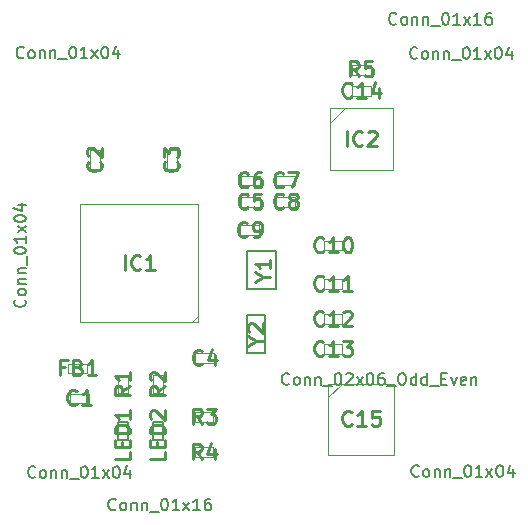
<source format=gbr>
%TF.GenerationSoftware,KiCad,Pcbnew,(6.0.5)*%
%TF.CreationDate,2022-06-02T19:35:38-04:00*%
%TF.ProjectId,pq-cdh,70712d63-6468-42e6-9b69-6361645f7063,V1.0.1*%
%TF.SameCoordinates,Original*%
%TF.FileFunction,AssemblyDrawing,Top*%
%FSLAX46Y46*%
G04 Gerber Fmt 4.6, Leading zero omitted, Abs format (unit mm)*
G04 Created by KiCad (PCBNEW (6.0.5)) date 2022-06-02 19:35:38*
%MOMM*%
%LPD*%
G01*
G04 APERTURE LIST*
%ADD10C,0.150000*%
%ADD11C,0.254000*%
%ADD12C,0.100000*%
%ADD13C,0.200000*%
G04 APERTURE END LIST*
D10*
%TO.C,J1*%
X135591904Y-126077142D02*
X135544285Y-126124761D01*
X135401428Y-126172380D01*
X135306190Y-126172380D01*
X135163333Y-126124761D01*
X135068095Y-126029523D01*
X135020476Y-125934285D01*
X134972857Y-125743809D01*
X134972857Y-125600952D01*
X135020476Y-125410476D01*
X135068095Y-125315238D01*
X135163333Y-125220000D01*
X135306190Y-125172380D01*
X135401428Y-125172380D01*
X135544285Y-125220000D01*
X135591904Y-125267619D01*
X136163333Y-126172380D02*
X136068095Y-126124761D01*
X136020476Y-126077142D01*
X135972857Y-125981904D01*
X135972857Y-125696190D01*
X136020476Y-125600952D01*
X136068095Y-125553333D01*
X136163333Y-125505714D01*
X136306190Y-125505714D01*
X136401428Y-125553333D01*
X136449047Y-125600952D01*
X136496666Y-125696190D01*
X136496666Y-125981904D01*
X136449047Y-126077142D01*
X136401428Y-126124761D01*
X136306190Y-126172380D01*
X136163333Y-126172380D01*
X136925238Y-125505714D02*
X136925238Y-126172380D01*
X136925238Y-125600952D02*
X136972857Y-125553333D01*
X137068095Y-125505714D01*
X137210952Y-125505714D01*
X137306190Y-125553333D01*
X137353809Y-125648571D01*
X137353809Y-126172380D01*
X137830000Y-125505714D02*
X137830000Y-126172380D01*
X137830000Y-125600952D02*
X137877619Y-125553333D01*
X137972857Y-125505714D01*
X138115714Y-125505714D01*
X138210952Y-125553333D01*
X138258571Y-125648571D01*
X138258571Y-126172380D01*
X138496666Y-126267619D02*
X139258571Y-126267619D01*
X139687142Y-125172380D02*
X139782380Y-125172380D01*
X139877619Y-125220000D01*
X139925238Y-125267619D01*
X139972857Y-125362857D01*
X140020476Y-125553333D01*
X140020476Y-125791428D01*
X139972857Y-125981904D01*
X139925238Y-126077142D01*
X139877619Y-126124761D01*
X139782380Y-126172380D01*
X139687142Y-126172380D01*
X139591904Y-126124761D01*
X139544285Y-126077142D01*
X139496666Y-125981904D01*
X139449047Y-125791428D01*
X139449047Y-125553333D01*
X139496666Y-125362857D01*
X139544285Y-125267619D01*
X139591904Y-125220000D01*
X139687142Y-125172380D01*
X140972857Y-126172380D02*
X140401428Y-126172380D01*
X140687142Y-126172380D02*
X140687142Y-125172380D01*
X140591904Y-125315238D01*
X140496666Y-125410476D01*
X140401428Y-125458095D01*
X141306190Y-126172380D02*
X141830000Y-125505714D01*
X141306190Y-125505714D02*
X141830000Y-126172380D01*
X142401428Y-125172380D02*
X142496666Y-125172380D01*
X142591904Y-125220000D01*
X142639523Y-125267619D01*
X142687142Y-125362857D01*
X142734761Y-125553333D01*
X142734761Y-125791428D01*
X142687142Y-125981904D01*
X142639523Y-126077142D01*
X142591904Y-126124761D01*
X142496666Y-126172380D01*
X142401428Y-126172380D01*
X142306190Y-126124761D01*
X142258571Y-126077142D01*
X142210952Y-125981904D01*
X142163333Y-125791428D01*
X142163333Y-125553333D01*
X142210952Y-125362857D01*
X142258571Y-125267619D01*
X142306190Y-125220000D01*
X142401428Y-125172380D01*
X143591904Y-125505714D02*
X143591904Y-126172380D01*
X143353809Y-125124761D02*
X143115714Y-125839047D01*
X143734761Y-125839047D01*
D11*
%TO.C,R5*%
X162988333Y-92174523D02*
X162565000Y-91569761D01*
X162262619Y-92174523D02*
X162262619Y-90904523D01*
X162746428Y-90904523D01*
X162867380Y-90965000D01*
X162927857Y-91025476D01*
X162988333Y-91146428D01*
X162988333Y-91327857D01*
X162927857Y-91448809D01*
X162867380Y-91509285D01*
X162746428Y-91569761D01*
X162262619Y-91569761D01*
X164137380Y-90904523D02*
X163532619Y-90904523D01*
X163472142Y-91509285D01*
X163532619Y-91448809D01*
X163653571Y-91388333D01*
X163955952Y-91388333D01*
X164076904Y-91448809D01*
X164137380Y-91509285D01*
X164197857Y-91630238D01*
X164197857Y-91932619D01*
X164137380Y-92053571D01*
X164076904Y-92114047D01*
X163955952Y-92174523D01*
X163653571Y-92174523D01*
X163532619Y-92114047D01*
X163472142Y-92053571D01*
X162988333Y-92174523D02*
X162565000Y-91569761D01*
X162262619Y-92174523D02*
X162262619Y-90904523D01*
X162746428Y-90904523D01*
X162867380Y-90965000D01*
X162927857Y-91025476D01*
X162988333Y-91146428D01*
X162988333Y-91327857D01*
X162927857Y-91448809D01*
X162867380Y-91509285D01*
X162746428Y-91569761D01*
X162262619Y-91569761D01*
X164137380Y-90904523D02*
X163532619Y-90904523D01*
X163472142Y-91509285D01*
X163532619Y-91448809D01*
X163653571Y-91388333D01*
X163955952Y-91388333D01*
X164076904Y-91448809D01*
X164137380Y-91509285D01*
X164197857Y-91630238D01*
X164197857Y-91932619D01*
X164137380Y-92053571D01*
X164076904Y-92114047D01*
X163955952Y-92174523D01*
X163653571Y-92174523D01*
X163532619Y-92114047D01*
X163472142Y-92053571D01*
D10*
%TO.C,J5*%
X166171904Y-87707142D02*
X166124285Y-87754761D01*
X165981428Y-87802380D01*
X165886190Y-87802380D01*
X165743333Y-87754761D01*
X165648095Y-87659523D01*
X165600476Y-87564285D01*
X165552857Y-87373809D01*
X165552857Y-87230952D01*
X165600476Y-87040476D01*
X165648095Y-86945238D01*
X165743333Y-86850000D01*
X165886190Y-86802380D01*
X165981428Y-86802380D01*
X166124285Y-86850000D01*
X166171904Y-86897619D01*
X166743333Y-87802380D02*
X166648095Y-87754761D01*
X166600476Y-87707142D01*
X166552857Y-87611904D01*
X166552857Y-87326190D01*
X166600476Y-87230952D01*
X166648095Y-87183333D01*
X166743333Y-87135714D01*
X166886190Y-87135714D01*
X166981428Y-87183333D01*
X167029047Y-87230952D01*
X167076666Y-87326190D01*
X167076666Y-87611904D01*
X167029047Y-87707142D01*
X166981428Y-87754761D01*
X166886190Y-87802380D01*
X166743333Y-87802380D01*
X167505238Y-87135714D02*
X167505238Y-87802380D01*
X167505238Y-87230952D02*
X167552857Y-87183333D01*
X167648095Y-87135714D01*
X167790952Y-87135714D01*
X167886190Y-87183333D01*
X167933809Y-87278571D01*
X167933809Y-87802380D01*
X168410000Y-87135714D02*
X168410000Y-87802380D01*
X168410000Y-87230952D02*
X168457619Y-87183333D01*
X168552857Y-87135714D01*
X168695714Y-87135714D01*
X168790952Y-87183333D01*
X168838571Y-87278571D01*
X168838571Y-87802380D01*
X169076666Y-87897619D02*
X169838571Y-87897619D01*
X170267142Y-86802380D02*
X170362380Y-86802380D01*
X170457619Y-86850000D01*
X170505238Y-86897619D01*
X170552857Y-86992857D01*
X170600476Y-87183333D01*
X170600476Y-87421428D01*
X170552857Y-87611904D01*
X170505238Y-87707142D01*
X170457619Y-87754761D01*
X170362380Y-87802380D01*
X170267142Y-87802380D01*
X170171904Y-87754761D01*
X170124285Y-87707142D01*
X170076666Y-87611904D01*
X170029047Y-87421428D01*
X170029047Y-87183333D01*
X170076666Y-86992857D01*
X170124285Y-86897619D01*
X170171904Y-86850000D01*
X170267142Y-86802380D01*
X171552857Y-87802380D02*
X170981428Y-87802380D01*
X171267142Y-87802380D02*
X171267142Y-86802380D01*
X171171904Y-86945238D01*
X171076666Y-87040476D01*
X170981428Y-87088095D01*
X171886190Y-87802380D02*
X172410000Y-87135714D01*
X171886190Y-87135714D02*
X172410000Y-87802380D01*
X173314761Y-87802380D02*
X172743333Y-87802380D01*
X173029047Y-87802380D02*
X173029047Y-86802380D01*
X172933809Y-86945238D01*
X172838571Y-87040476D01*
X172743333Y-87088095D01*
X174171904Y-86802380D02*
X173981428Y-86802380D01*
X173886190Y-86850000D01*
X173838571Y-86897619D01*
X173743333Y-87040476D01*
X173695714Y-87230952D01*
X173695714Y-87611904D01*
X173743333Y-87707142D01*
X173790952Y-87754761D01*
X173886190Y-87802380D01*
X174076666Y-87802380D01*
X174171904Y-87754761D01*
X174219523Y-87707142D01*
X174267142Y-87611904D01*
X174267142Y-87373809D01*
X174219523Y-87278571D01*
X174171904Y-87230952D01*
X174076666Y-87183333D01*
X173886190Y-87183333D01*
X173790952Y-87230952D01*
X173743333Y-87278571D01*
X173695714Y-87373809D01*
D11*
%TO.C,C2*%
X141103571Y-99411666D02*
X141164047Y-99472142D01*
X141224523Y-99653571D01*
X141224523Y-99774523D01*
X141164047Y-99955952D01*
X141043095Y-100076904D01*
X140922142Y-100137380D01*
X140680238Y-100197857D01*
X140498809Y-100197857D01*
X140256904Y-100137380D01*
X140135952Y-100076904D01*
X140015000Y-99955952D01*
X139954523Y-99774523D01*
X139954523Y-99653571D01*
X140015000Y-99472142D01*
X140075476Y-99411666D01*
X140075476Y-98927857D02*
X140015000Y-98867380D01*
X139954523Y-98746428D01*
X139954523Y-98444047D01*
X140015000Y-98323095D01*
X140075476Y-98262619D01*
X140196428Y-98202142D01*
X140317380Y-98202142D01*
X140498809Y-98262619D01*
X141224523Y-98988333D01*
X141224523Y-98202142D01*
X141103571Y-99411666D02*
X141164047Y-99472142D01*
X141224523Y-99653571D01*
X141224523Y-99774523D01*
X141164047Y-99955952D01*
X141043095Y-100076904D01*
X140922142Y-100137380D01*
X140680238Y-100197857D01*
X140498809Y-100197857D01*
X140256904Y-100137380D01*
X140135952Y-100076904D01*
X140015000Y-99955952D01*
X139954523Y-99774523D01*
X139954523Y-99653571D01*
X140015000Y-99472142D01*
X140075476Y-99411666D01*
X140075476Y-98927857D02*
X140015000Y-98867380D01*
X139954523Y-98746428D01*
X139954523Y-98444047D01*
X140015000Y-98323095D01*
X140075476Y-98262619D01*
X140196428Y-98202142D01*
X140317380Y-98202142D01*
X140498809Y-98262619D01*
X141224523Y-98988333D01*
X141224523Y-98202142D01*
%TO.C,FB1*%
X138141666Y-116809285D02*
X137718333Y-116809285D01*
X137718333Y-117474523D02*
X137718333Y-116204523D01*
X138323095Y-116204523D01*
X139230238Y-116809285D02*
X139411666Y-116869761D01*
X139472142Y-116930238D01*
X139532619Y-117051190D01*
X139532619Y-117232619D01*
X139472142Y-117353571D01*
X139411666Y-117414047D01*
X139290714Y-117474523D01*
X138806904Y-117474523D01*
X138806904Y-116204523D01*
X139230238Y-116204523D01*
X139351190Y-116265000D01*
X139411666Y-116325476D01*
X139472142Y-116446428D01*
X139472142Y-116567380D01*
X139411666Y-116688333D01*
X139351190Y-116748809D01*
X139230238Y-116809285D01*
X138806904Y-116809285D01*
X140742142Y-117474523D02*
X140016428Y-117474523D01*
X140379285Y-117474523D02*
X140379285Y-116204523D01*
X140258333Y-116385952D01*
X140137380Y-116506904D01*
X140016428Y-116567380D01*
X138141666Y-116809285D02*
X137718333Y-116809285D01*
X137718333Y-117474523D02*
X137718333Y-116204523D01*
X138323095Y-116204523D01*
X139230238Y-116809285D02*
X139411666Y-116869761D01*
X139472142Y-116930238D01*
X139532619Y-117051190D01*
X139532619Y-117232619D01*
X139472142Y-117353571D01*
X139411666Y-117414047D01*
X139290714Y-117474523D01*
X138806904Y-117474523D01*
X138806904Y-116204523D01*
X139230238Y-116204523D01*
X139351190Y-116265000D01*
X139411666Y-116325476D01*
X139472142Y-116446428D01*
X139472142Y-116567380D01*
X139411666Y-116688333D01*
X139351190Y-116748809D01*
X139230238Y-116809285D01*
X138806904Y-116809285D01*
X140742142Y-117474523D02*
X140016428Y-117474523D01*
X140379285Y-117474523D02*
X140379285Y-116204523D01*
X140258333Y-116385952D01*
X140137380Y-116506904D01*
X140016428Y-116567380D01*
D10*
%TO.C,J6*%
X134697142Y-111078095D02*
X134744761Y-111125714D01*
X134792380Y-111268571D01*
X134792380Y-111363809D01*
X134744761Y-111506666D01*
X134649523Y-111601904D01*
X134554285Y-111649523D01*
X134363809Y-111697142D01*
X134220952Y-111697142D01*
X134030476Y-111649523D01*
X133935238Y-111601904D01*
X133840000Y-111506666D01*
X133792380Y-111363809D01*
X133792380Y-111268571D01*
X133840000Y-111125714D01*
X133887619Y-111078095D01*
X134792380Y-110506666D02*
X134744761Y-110601904D01*
X134697142Y-110649523D01*
X134601904Y-110697142D01*
X134316190Y-110697142D01*
X134220952Y-110649523D01*
X134173333Y-110601904D01*
X134125714Y-110506666D01*
X134125714Y-110363809D01*
X134173333Y-110268571D01*
X134220952Y-110220952D01*
X134316190Y-110173333D01*
X134601904Y-110173333D01*
X134697142Y-110220952D01*
X134744761Y-110268571D01*
X134792380Y-110363809D01*
X134792380Y-110506666D01*
X134125714Y-109744761D02*
X134792380Y-109744761D01*
X134220952Y-109744761D02*
X134173333Y-109697142D01*
X134125714Y-109601904D01*
X134125714Y-109459047D01*
X134173333Y-109363809D01*
X134268571Y-109316190D01*
X134792380Y-109316190D01*
X134125714Y-108840000D02*
X134792380Y-108840000D01*
X134220952Y-108840000D02*
X134173333Y-108792380D01*
X134125714Y-108697142D01*
X134125714Y-108554285D01*
X134173333Y-108459047D01*
X134268571Y-108411428D01*
X134792380Y-108411428D01*
X134887619Y-108173333D02*
X134887619Y-107411428D01*
X133792380Y-106982857D02*
X133792380Y-106887619D01*
X133840000Y-106792380D01*
X133887619Y-106744761D01*
X133982857Y-106697142D01*
X134173333Y-106649523D01*
X134411428Y-106649523D01*
X134601904Y-106697142D01*
X134697142Y-106744761D01*
X134744761Y-106792380D01*
X134792380Y-106887619D01*
X134792380Y-106982857D01*
X134744761Y-107078095D01*
X134697142Y-107125714D01*
X134601904Y-107173333D01*
X134411428Y-107220952D01*
X134173333Y-107220952D01*
X133982857Y-107173333D01*
X133887619Y-107125714D01*
X133840000Y-107078095D01*
X133792380Y-106982857D01*
X134792380Y-105697142D02*
X134792380Y-106268571D01*
X134792380Y-105982857D02*
X133792380Y-105982857D01*
X133935238Y-106078095D01*
X134030476Y-106173333D01*
X134078095Y-106268571D01*
X134792380Y-105363809D02*
X134125714Y-104840000D01*
X134125714Y-105363809D02*
X134792380Y-104840000D01*
X133792380Y-104268571D02*
X133792380Y-104173333D01*
X133840000Y-104078095D01*
X133887619Y-104030476D01*
X133982857Y-103982857D01*
X134173333Y-103935238D01*
X134411428Y-103935238D01*
X134601904Y-103982857D01*
X134697142Y-104030476D01*
X134744761Y-104078095D01*
X134792380Y-104173333D01*
X134792380Y-104268571D01*
X134744761Y-104363809D01*
X134697142Y-104411428D01*
X134601904Y-104459047D01*
X134411428Y-104506666D01*
X134173333Y-104506666D01*
X133982857Y-104459047D01*
X133887619Y-104411428D01*
X133840000Y-104363809D01*
X133792380Y-104268571D01*
X134125714Y-103078095D02*
X134792380Y-103078095D01*
X133744761Y-103316190D02*
X134459047Y-103554285D01*
X134459047Y-102935238D01*
D11*
%TO.C,C10*%
X159983571Y-106953571D02*
X159923095Y-107014047D01*
X159741666Y-107074523D01*
X159620714Y-107074523D01*
X159439285Y-107014047D01*
X159318333Y-106893095D01*
X159257857Y-106772142D01*
X159197380Y-106530238D01*
X159197380Y-106348809D01*
X159257857Y-106106904D01*
X159318333Y-105985952D01*
X159439285Y-105865000D01*
X159620714Y-105804523D01*
X159741666Y-105804523D01*
X159923095Y-105865000D01*
X159983571Y-105925476D01*
X161193095Y-107074523D02*
X160467380Y-107074523D01*
X160830238Y-107074523D02*
X160830238Y-105804523D01*
X160709285Y-105985952D01*
X160588333Y-106106904D01*
X160467380Y-106167380D01*
X161979285Y-105804523D02*
X162100238Y-105804523D01*
X162221190Y-105865000D01*
X162281666Y-105925476D01*
X162342142Y-106046428D01*
X162402619Y-106288333D01*
X162402619Y-106590714D01*
X162342142Y-106832619D01*
X162281666Y-106953571D01*
X162221190Y-107014047D01*
X162100238Y-107074523D01*
X161979285Y-107074523D01*
X161858333Y-107014047D01*
X161797857Y-106953571D01*
X161737380Y-106832619D01*
X161676904Y-106590714D01*
X161676904Y-106288333D01*
X161737380Y-106046428D01*
X161797857Y-105925476D01*
X161858333Y-105865000D01*
X161979285Y-105804523D01*
X159983571Y-106953571D02*
X159923095Y-107014047D01*
X159741666Y-107074523D01*
X159620714Y-107074523D01*
X159439285Y-107014047D01*
X159318333Y-106893095D01*
X159257857Y-106772142D01*
X159197380Y-106530238D01*
X159197380Y-106348809D01*
X159257857Y-106106904D01*
X159318333Y-105985952D01*
X159439285Y-105865000D01*
X159620714Y-105804523D01*
X159741666Y-105804523D01*
X159923095Y-105865000D01*
X159983571Y-105925476D01*
X161193095Y-107074523D02*
X160467380Y-107074523D01*
X160830238Y-107074523D02*
X160830238Y-105804523D01*
X160709285Y-105985952D01*
X160588333Y-106106904D01*
X160467380Y-106167380D01*
X161979285Y-105804523D02*
X162100238Y-105804523D01*
X162221190Y-105865000D01*
X162281666Y-105925476D01*
X162342142Y-106046428D01*
X162402619Y-106288333D01*
X162402619Y-106590714D01*
X162342142Y-106832619D01*
X162281666Y-106953571D01*
X162221190Y-107014047D01*
X162100238Y-107074523D01*
X161979285Y-107074523D01*
X161858333Y-107014047D01*
X161797857Y-106953571D01*
X161737380Y-106832619D01*
X161676904Y-106590714D01*
X161676904Y-106288333D01*
X161737380Y-106046428D01*
X161797857Y-105925476D01*
X161858333Y-105865000D01*
X161979285Y-105804523D01*
%TO.C,IC1*%
X143160238Y-108574523D02*
X143160238Y-107304523D01*
X144490714Y-108453571D02*
X144430238Y-108514047D01*
X144248809Y-108574523D01*
X144127857Y-108574523D01*
X143946428Y-108514047D01*
X143825476Y-108393095D01*
X143765000Y-108272142D01*
X143704523Y-108030238D01*
X143704523Y-107848809D01*
X143765000Y-107606904D01*
X143825476Y-107485952D01*
X143946428Y-107365000D01*
X144127857Y-107304523D01*
X144248809Y-107304523D01*
X144430238Y-107365000D01*
X144490714Y-107425476D01*
X145700238Y-108574523D02*
X144974523Y-108574523D01*
X145337380Y-108574523D02*
X145337380Y-107304523D01*
X145216428Y-107485952D01*
X145095476Y-107606904D01*
X144974523Y-107667380D01*
X143160238Y-108574523D02*
X143160238Y-107304523D01*
X144490714Y-108453571D02*
X144430238Y-108514047D01*
X144248809Y-108574523D01*
X144127857Y-108574523D01*
X143946428Y-108514047D01*
X143825476Y-108393095D01*
X143765000Y-108272142D01*
X143704523Y-108030238D01*
X143704523Y-107848809D01*
X143765000Y-107606904D01*
X143825476Y-107485952D01*
X143946428Y-107365000D01*
X144127857Y-107304523D01*
X144248809Y-107304523D01*
X144430238Y-107365000D01*
X144490714Y-107425476D01*
X145700238Y-108574523D02*
X144974523Y-108574523D01*
X145337380Y-108574523D02*
X145337380Y-107304523D01*
X145216428Y-107485952D01*
X145095476Y-107606904D01*
X144974523Y-107667380D01*
%TO.C,C11*%
X159983571Y-110203571D02*
X159923095Y-110264047D01*
X159741666Y-110324523D01*
X159620714Y-110324523D01*
X159439285Y-110264047D01*
X159318333Y-110143095D01*
X159257857Y-110022142D01*
X159197380Y-109780238D01*
X159197380Y-109598809D01*
X159257857Y-109356904D01*
X159318333Y-109235952D01*
X159439285Y-109115000D01*
X159620714Y-109054523D01*
X159741666Y-109054523D01*
X159923095Y-109115000D01*
X159983571Y-109175476D01*
X161193095Y-110324523D02*
X160467380Y-110324523D01*
X160830238Y-110324523D02*
X160830238Y-109054523D01*
X160709285Y-109235952D01*
X160588333Y-109356904D01*
X160467380Y-109417380D01*
X162402619Y-110324523D02*
X161676904Y-110324523D01*
X162039761Y-110324523D02*
X162039761Y-109054523D01*
X161918809Y-109235952D01*
X161797857Y-109356904D01*
X161676904Y-109417380D01*
X159983571Y-110203571D02*
X159923095Y-110264047D01*
X159741666Y-110324523D01*
X159620714Y-110324523D01*
X159439285Y-110264047D01*
X159318333Y-110143095D01*
X159257857Y-110022142D01*
X159197380Y-109780238D01*
X159197380Y-109598809D01*
X159257857Y-109356904D01*
X159318333Y-109235952D01*
X159439285Y-109115000D01*
X159620714Y-109054523D01*
X159741666Y-109054523D01*
X159923095Y-109115000D01*
X159983571Y-109175476D01*
X161193095Y-110324523D02*
X160467380Y-110324523D01*
X160830238Y-110324523D02*
X160830238Y-109054523D01*
X160709285Y-109235952D01*
X160588333Y-109356904D01*
X160467380Y-109417380D01*
X162402619Y-110324523D02*
X161676904Y-110324523D01*
X162039761Y-110324523D02*
X162039761Y-109054523D01*
X161918809Y-109235952D01*
X161797857Y-109356904D01*
X161676904Y-109417380D01*
D10*
%TO.C,J7*%
X157077142Y-118217142D02*
X157029523Y-118264761D01*
X156886666Y-118312380D01*
X156791428Y-118312380D01*
X156648571Y-118264761D01*
X156553333Y-118169523D01*
X156505714Y-118074285D01*
X156458095Y-117883809D01*
X156458095Y-117740952D01*
X156505714Y-117550476D01*
X156553333Y-117455238D01*
X156648571Y-117360000D01*
X156791428Y-117312380D01*
X156886666Y-117312380D01*
X157029523Y-117360000D01*
X157077142Y-117407619D01*
X157648571Y-118312380D02*
X157553333Y-118264761D01*
X157505714Y-118217142D01*
X157458095Y-118121904D01*
X157458095Y-117836190D01*
X157505714Y-117740952D01*
X157553333Y-117693333D01*
X157648571Y-117645714D01*
X157791428Y-117645714D01*
X157886666Y-117693333D01*
X157934285Y-117740952D01*
X157981904Y-117836190D01*
X157981904Y-118121904D01*
X157934285Y-118217142D01*
X157886666Y-118264761D01*
X157791428Y-118312380D01*
X157648571Y-118312380D01*
X158410476Y-117645714D02*
X158410476Y-118312380D01*
X158410476Y-117740952D02*
X158458095Y-117693333D01*
X158553333Y-117645714D01*
X158696190Y-117645714D01*
X158791428Y-117693333D01*
X158839047Y-117788571D01*
X158839047Y-118312380D01*
X159315238Y-117645714D02*
X159315238Y-118312380D01*
X159315238Y-117740952D02*
X159362857Y-117693333D01*
X159458095Y-117645714D01*
X159600952Y-117645714D01*
X159696190Y-117693333D01*
X159743809Y-117788571D01*
X159743809Y-118312380D01*
X159981904Y-118407619D02*
X160743809Y-118407619D01*
X161172380Y-117312380D02*
X161267619Y-117312380D01*
X161362857Y-117360000D01*
X161410476Y-117407619D01*
X161458095Y-117502857D01*
X161505714Y-117693333D01*
X161505714Y-117931428D01*
X161458095Y-118121904D01*
X161410476Y-118217142D01*
X161362857Y-118264761D01*
X161267619Y-118312380D01*
X161172380Y-118312380D01*
X161077142Y-118264761D01*
X161029523Y-118217142D01*
X160981904Y-118121904D01*
X160934285Y-117931428D01*
X160934285Y-117693333D01*
X160981904Y-117502857D01*
X161029523Y-117407619D01*
X161077142Y-117360000D01*
X161172380Y-117312380D01*
X161886666Y-117407619D02*
X161934285Y-117360000D01*
X162029523Y-117312380D01*
X162267619Y-117312380D01*
X162362857Y-117360000D01*
X162410476Y-117407619D01*
X162458095Y-117502857D01*
X162458095Y-117598095D01*
X162410476Y-117740952D01*
X161839047Y-118312380D01*
X162458095Y-118312380D01*
X162791428Y-118312380D02*
X163315238Y-117645714D01*
X162791428Y-117645714D02*
X163315238Y-118312380D01*
X163886666Y-117312380D02*
X163981904Y-117312380D01*
X164077142Y-117360000D01*
X164124761Y-117407619D01*
X164172380Y-117502857D01*
X164220000Y-117693333D01*
X164220000Y-117931428D01*
X164172380Y-118121904D01*
X164124761Y-118217142D01*
X164077142Y-118264761D01*
X163981904Y-118312380D01*
X163886666Y-118312380D01*
X163791428Y-118264761D01*
X163743809Y-118217142D01*
X163696190Y-118121904D01*
X163648571Y-117931428D01*
X163648571Y-117693333D01*
X163696190Y-117502857D01*
X163743809Y-117407619D01*
X163791428Y-117360000D01*
X163886666Y-117312380D01*
X165077142Y-117312380D02*
X164886666Y-117312380D01*
X164791428Y-117360000D01*
X164743809Y-117407619D01*
X164648571Y-117550476D01*
X164600952Y-117740952D01*
X164600952Y-118121904D01*
X164648571Y-118217142D01*
X164696190Y-118264761D01*
X164791428Y-118312380D01*
X164981904Y-118312380D01*
X165077142Y-118264761D01*
X165124761Y-118217142D01*
X165172380Y-118121904D01*
X165172380Y-117883809D01*
X165124761Y-117788571D01*
X165077142Y-117740952D01*
X164981904Y-117693333D01*
X164791428Y-117693333D01*
X164696190Y-117740952D01*
X164648571Y-117788571D01*
X164600952Y-117883809D01*
X165362857Y-118407619D02*
X166124761Y-118407619D01*
X166553333Y-117312380D02*
X166743809Y-117312380D01*
X166839047Y-117360000D01*
X166934285Y-117455238D01*
X166981904Y-117645714D01*
X166981904Y-117979047D01*
X166934285Y-118169523D01*
X166839047Y-118264761D01*
X166743809Y-118312380D01*
X166553333Y-118312380D01*
X166458095Y-118264761D01*
X166362857Y-118169523D01*
X166315238Y-117979047D01*
X166315238Y-117645714D01*
X166362857Y-117455238D01*
X166458095Y-117360000D01*
X166553333Y-117312380D01*
X167839047Y-118312380D02*
X167839047Y-117312380D01*
X167839047Y-118264761D02*
X167743809Y-118312380D01*
X167553333Y-118312380D01*
X167458095Y-118264761D01*
X167410476Y-118217142D01*
X167362857Y-118121904D01*
X167362857Y-117836190D01*
X167410476Y-117740952D01*
X167458095Y-117693333D01*
X167553333Y-117645714D01*
X167743809Y-117645714D01*
X167839047Y-117693333D01*
X168743809Y-118312380D02*
X168743809Y-117312380D01*
X168743809Y-118264761D02*
X168648571Y-118312380D01*
X168458095Y-118312380D01*
X168362857Y-118264761D01*
X168315238Y-118217142D01*
X168267619Y-118121904D01*
X168267619Y-117836190D01*
X168315238Y-117740952D01*
X168362857Y-117693333D01*
X168458095Y-117645714D01*
X168648571Y-117645714D01*
X168743809Y-117693333D01*
X168981904Y-118407619D02*
X169743809Y-118407619D01*
X169981904Y-117788571D02*
X170315238Y-117788571D01*
X170458095Y-118312380D02*
X169981904Y-118312380D01*
X169981904Y-117312380D01*
X170458095Y-117312380D01*
X170791428Y-117645714D02*
X171029523Y-118312380D01*
X171267619Y-117645714D01*
X172029523Y-118264761D02*
X171934285Y-118312380D01*
X171743809Y-118312380D01*
X171648571Y-118264761D01*
X171600952Y-118169523D01*
X171600952Y-117788571D01*
X171648571Y-117693333D01*
X171743809Y-117645714D01*
X171934285Y-117645714D01*
X172029523Y-117693333D01*
X172077142Y-117788571D01*
X172077142Y-117883809D01*
X171600952Y-117979047D01*
X172505714Y-117645714D02*
X172505714Y-118312380D01*
X172505714Y-117740952D02*
X172553333Y-117693333D01*
X172648571Y-117645714D01*
X172791428Y-117645714D01*
X172886666Y-117693333D01*
X172934285Y-117788571D01*
X172934285Y-118312380D01*
%TO.C,J8*%
X168061904Y-125997142D02*
X168014285Y-126044761D01*
X167871428Y-126092380D01*
X167776190Y-126092380D01*
X167633333Y-126044761D01*
X167538095Y-125949523D01*
X167490476Y-125854285D01*
X167442857Y-125663809D01*
X167442857Y-125520952D01*
X167490476Y-125330476D01*
X167538095Y-125235238D01*
X167633333Y-125140000D01*
X167776190Y-125092380D01*
X167871428Y-125092380D01*
X168014285Y-125140000D01*
X168061904Y-125187619D01*
X168633333Y-126092380D02*
X168538095Y-126044761D01*
X168490476Y-125997142D01*
X168442857Y-125901904D01*
X168442857Y-125616190D01*
X168490476Y-125520952D01*
X168538095Y-125473333D01*
X168633333Y-125425714D01*
X168776190Y-125425714D01*
X168871428Y-125473333D01*
X168919047Y-125520952D01*
X168966666Y-125616190D01*
X168966666Y-125901904D01*
X168919047Y-125997142D01*
X168871428Y-126044761D01*
X168776190Y-126092380D01*
X168633333Y-126092380D01*
X169395238Y-125425714D02*
X169395238Y-126092380D01*
X169395238Y-125520952D02*
X169442857Y-125473333D01*
X169538095Y-125425714D01*
X169680952Y-125425714D01*
X169776190Y-125473333D01*
X169823809Y-125568571D01*
X169823809Y-126092380D01*
X170300000Y-125425714D02*
X170300000Y-126092380D01*
X170300000Y-125520952D02*
X170347619Y-125473333D01*
X170442857Y-125425714D01*
X170585714Y-125425714D01*
X170680952Y-125473333D01*
X170728571Y-125568571D01*
X170728571Y-126092380D01*
X170966666Y-126187619D02*
X171728571Y-126187619D01*
X172157142Y-125092380D02*
X172252380Y-125092380D01*
X172347619Y-125140000D01*
X172395238Y-125187619D01*
X172442857Y-125282857D01*
X172490476Y-125473333D01*
X172490476Y-125711428D01*
X172442857Y-125901904D01*
X172395238Y-125997142D01*
X172347619Y-126044761D01*
X172252380Y-126092380D01*
X172157142Y-126092380D01*
X172061904Y-126044761D01*
X172014285Y-125997142D01*
X171966666Y-125901904D01*
X171919047Y-125711428D01*
X171919047Y-125473333D01*
X171966666Y-125282857D01*
X172014285Y-125187619D01*
X172061904Y-125140000D01*
X172157142Y-125092380D01*
X173442857Y-126092380D02*
X172871428Y-126092380D01*
X173157142Y-126092380D02*
X173157142Y-125092380D01*
X173061904Y-125235238D01*
X172966666Y-125330476D01*
X172871428Y-125378095D01*
X173776190Y-126092380D02*
X174300000Y-125425714D01*
X173776190Y-125425714D02*
X174300000Y-126092380D01*
X174871428Y-125092380D02*
X174966666Y-125092380D01*
X175061904Y-125140000D01*
X175109523Y-125187619D01*
X175157142Y-125282857D01*
X175204761Y-125473333D01*
X175204761Y-125711428D01*
X175157142Y-125901904D01*
X175109523Y-125997142D01*
X175061904Y-126044761D01*
X174966666Y-126092380D01*
X174871428Y-126092380D01*
X174776190Y-126044761D01*
X174728571Y-125997142D01*
X174680952Y-125901904D01*
X174633333Y-125711428D01*
X174633333Y-125473333D01*
X174680952Y-125282857D01*
X174728571Y-125187619D01*
X174776190Y-125140000D01*
X174871428Y-125092380D01*
X176061904Y-125425714D02*
X176061904Y-126092380D01*
X175823809Y-125044761D02*
X175585714Y-125759047D01*
X176204761Y-125759047D01*
D11*
%TO.C,R2*%
X146574523Y-118411666D02*
X145969761Y-118835000D01*
X146574523Y-119137380D02*
X145304523Y-119137380D01*
X145304523Y-118653571D01*
X145365000Y-118532619D01*
X145425476Y-118472142D01*
X145546428Y-118411666D01*
X145727857Y-118411666D01*
X145848809Y-118472142D01*
X145909285Y-118532619D01*
X145969761Y-118653571D01*
X145969761Y-119137380D01*
X145425476Y-117927857D02*
X145365000Y-117867380D01*
X145304523Y-117746428D01*
X145304523Y-117444047D01*
X145365000Y-117323095D01*
X145425476Y-117262619D01*
X145546428Y-117202142D01*
X145667380Y-117202142D01*
X145848809Y-117262619D01*
X146574523Y-117988333D01*
X146574523Y-117202142D01*
X146574523Y-118411666D02*
X145969761Y-118835000D01*
X146574523Y-119137380D02*
X145304523Y-119137380D01*
X145304523Y-118653571D01*
X145365000Y-118532619D01*
X145425476Y-118472142D01*
X145546428Y-118411666D01*
X145727857Y-118411666D01*
X145848809Y-118472142D01*
X145909285Y-118532619D01*
X145969761Y-118653571D01*
X145969761Y-119137380D01*
X145425476Y-117927857D02*
X145365000Y-117867380D01*
X145304523Y-117746428D01*
X145304523Y-117444047D01*
X145365000Y-117323095D01*
X145425476Y-117262619D01*
X145546428Y-117202142D01*
X145667380Y-117202142D01*
X145848809Y-117262619D01*
X146574523Y-117988333D01*
X146574523Y-117202142D01*
%TO.C,C3*%
X147603571Y-99411666D02*
X147664047Y-99472142D01*
X147724523Y-99653571D01*
X147724523Y-99774523D01*
X147664047Y-99955952D01*
X147543095Y-100076904D01*
X147422142Y-100137380D01*
X147180238Y-100197857D01*
X146998809Y-100197857D01*
X146756904Y-100137380D01*
X146635952Y-100076904D01*
X146515000Y-99955952D01*
X146454523Y-99774523D01*
X146454523Y-99653571D01*
X146515000Y-99472142D01*
X146575476Y-99411666D01*
X146454523Y-98988333D02*
X146454523Y-98202142D01*
X146938333Y-98625476D01*
X146938333Y-98444047D01*
X146998809Y-98323095D01*
X147059285Y-98262619D01*
X147180238Y-98202142D01*
X147482619Y-98202142D01*
X147603571Y-98262619D01*
X147664047Y-98323095D01*
X147724523Y-98444047D01*
X147724523Y-98806904D01*
X147664047Y-98927857D01*
X147603571Y-98988333D01*
X147603571Y-99411666D02*
X147664047Y-99472142D01*
X147724523Y-99653571D01*
X147724523Y-99774523D01*
X147664047Y-99955952D01*
X147543095Y-100076904D01*
X147422142Y-100137380D01*
X147180238Y-100197857D01*
X146998809Y-100197857D01*
X146756904Y-100137380D01*
X146635952Y-100076904D01*
X146515000Y-99955952D01*
X146454523Y-99774523D01*
X146454523Y-99653571D01*
X146515000Y-99472142D01*
X146575476Y-99411666D01*
X146454523Y-98988333D02*
X146454523Y-98202142D01*
X146938333Y-98625476D01*
X146938333Y-98444047D01*
X146998809Y-98323095D01*
X147059285Y-98262619D01*
X147180238Y-98202142D01*
X147482619Y-98202142D01*
X147603571Y-98262619D01*
X147664047Y-98323095D01*
X147724523Y-98444047D01*
X147724523Y-98806904D01*
X147664047Y-98927857D01*
X147603571Y-98988333D01*
%TO.C,Y2*%
X154269761Y-114604761D02*
X154874523Y-114604761D01*
X153604523Y-115028095D02*
X154269761Y-114604761D01*
X153604523Y-114181428D01*
X153725476Y-113818571D02*
X153665000Y-113758095D01*
X153604523Y-113637142D01*
X153604523Y-113334761D01*
X153665000Y-113213809D01*
X153725476Y-113153333D01*
X153846428Y-113092857D01*
X153967380Y-113092857D01*
X154148809Y-113153333D01*
X154874523Y-113879047D01*
X154874523Y-113092857D01*
X154269761Y-114604761D02*
X154874523Y-114604761D01*
X153604523Y-115028095D02*
X154269761Y-114604761D01*
X153604523Y-114181428D01*
X153725476Y-113818571D02*
X153665000Y-113758095D01*
X153604523Y-113637142D01*
X153604523Y-113334761D01*
X153665000Y-113213809D01*
X153725476Y-113153333D01*
X153846428Y-113092857D01*
X153967380Y-113092857D01*
X154148809Y-113153333D01*
X154874523Y-113879047D01*
X154874523Y-113092857D01*
D10*
%TO.C,J4*%
X134621904Y-90557142D02*
X134574285Y-90604761D01*
X134431428Y-90652380D01*
X134336190Y-90652380D01*
X134193333Y-90604761D01*
X134098095Y-90509523D01*
X134050476Y-90414285D01*
X134002857Y-90223809D01*
X134002857Y-90080952D01*
X134050476Y-89890476D01*
X134098095Y-89795238D01*
X134193333Y-89700000D01*
X134336190Y-89652380D01*
X134431428Y-89652380D01*
X134574285Y-89700000D01*
X134621904Y-89747619D01*
X135193333Y-90652380D02*
X135098095Y-90604761D01*
X135050476Y-90557142D01*
X135002857Y-90461904D01*
X135002857Y-90176190D01*
X135050476Y-90080952D01*
X135098095Y-90033333D01*
X135193333Y-89985714D01*
X135336190Y-89985714D01*
X135431428Y-90033333D01*
X135479047Y-90080952D01*
X135526666Y-90176190D01*
X135526666Y-90461904D01*
X135479047Y-90557142D01*
X135431428Y-90604761D01*
X135336190Y-90652380D01*
X135193333Y-90652380D01*
X135955238Y-89985714D02*
X135955238Y-90652380D01*
X135955238Y-90080952D02*
X136002857Y-90033333D01*
X136098095Y-89985714D01*
X136240952Y-89985714D01*
X136336190Y-90033333D01*
X136383809Y-90128571D01*
X136383809Y-90652380D01*
X136860000Y-89985714D02*
X136860000Y-90652380D01*
X136860000Y-90080952D02*
X136907619Y-90033333D01*
X137002857Y-89985714D01*
X137145714Y-89985714D01*
X137240952Y-90033333D01*
X137288571Y-90128571D01*
X137288571Y-90652380D01*
X137526666Y-90747619D02*
X138288571Y-90747619D01*
X138717142Y-89652380D02*
X138812380Y-89652380D01*
X138907619Y-89700000D01*
X138955238Y-89747619D01*
X139002857Y-89842857D01*
X139050476Y-90033333D01*
X139050476Y-90271428D01*
X139002857Y-90461904D01*
X138955238Y-90557142D01*
X138907619Y-90604761D01*
X138812380Y-90652380D01*
X138717142Y-90652380D01*
X138621904Y-90604761D01*
X138574285Y-90557142D01*
X138526666Y-90461904D01*
X138479047Y-90271428D01*
X138479047Y-90033333D01*
X138526666Y-89842857D01*
X138574285Y-89747619D01*
X138621904Y-89700000D01*
X138717142Y-89652380D01*
X140002857Y-90652380D02*
X139431428Y-90652380D01*
X139717142Y-90652380D02*
X139717142Y-89652380D01*
X139621904Y-89795238D01*
X139526666Y-89890476D01*
X139431428Y-89938095D01*
X140336190Y-90652380D02*
X140860000Y-89985714D01*
X140336190Y-89985714D02*
X140860000Y-90652380D01*
X141431428Y-89652380D02*
X141526666Y-89652380D01*
X141621904Y-89700000D01*
X141669523Y-89747619D01*
X141717142Y-89842857D01*
X141764761Y-90033333D01*
X141764761Y-90271428D01*
X141717142Y-90461904D01*
X141669523Y-90557142D01*
X141621904Y-90604761D01*
X141526666Y-90652380D01*
X141431428Y-90652380D01*
X141336190Y-90604761D01*
X141288571Y-90557142D01*
X141240952Y-90461904D01*
X141193333Y-90271428D01*
X141193333Y-90033333D01*
X141240952Y-89842857D01*
X141288571Y-89747619D01*
X141336190Y-89700000D01*
X141431428Y-89652380D01*
X142621904Y-89985714D02*
X142621904Y-90652380D01*
X142383809Y-89604761D02*
X142145714Y-90319047D01*
X142764761Y-90319047D01*
D11*
%TO.C,C12*%
X159983571Y-113178571D02*
X159923095Y-113239047D01*
X159741666Y-113299523D01*
X159620714Y-113299523D01*
X159439285Y-113239047D01*
X159318333Y-113118095D01*
X159257857Y-112997142D01*
X159197380Y-112755238D01*
X159197380Y-112573809D01*
X159257857Y-112331904D01*
X159318333Y-112210952D01*
X159439285Y-112090000D01*
X159620714Y-112029523D01*
X159741666Y-112029523D01*
X159923095Y-112090000D01*
X159983571Y-112150476D01*
X161193095Y-113299523D02*
X160467380Y-113299523D01*
X160830238Y-113299523D02*
X160830238Y-112029523D01*
X160709285Y-112210952D01*
X160588333Y-112331904D01*
X160467380Y-112392380D01*
X161676904Y-112150476D02*
X161737380Y-112090000D01*
X161858333Y-112029523D01*
X162160714Y-112029523D01*
X162281666Y-112090000D01*
X162342142Y-112150476D01*
X162402619Y-112271428D01*
X162402619Y-112392380D01*
X162342142Y-112573809D01*
X161616428Y-113299523D01*
X162402619Y-113299523D01*
X159983571Y-113178571D02*
X159923095Y-113239047D01*
X159741666Y-113299523D01*
X159620714Y-113299523D01*
X159439285Y-113239047D01*
X159318333Y-113118095D01*
X159257857Y-112997142D01*
X159197380Y-112755238D01*
X159197380Y-112573809D01*
X159257857Y-112331904D01*
X159318333Y-112210952D01*
X159439285Y-112090000D01*
X159620714Y-112029523D01*
X159741666Y-112029523D01*
X159923095Y-112090000D01*
X159983571Y-112150476D01*
X161193095Y-113299523D02*
X160467380Y-113299523D01*
X160830238Y-113299523D02*
X160830238Y-112029523D01*
X160709285Y-112210952D01*
X160588333Y-112331904D01*
X160467380Y-112392380D01*
X161676904Y-112150476D02*
X161737380Y-112090000D01*
X161858333Y-112029523D01*
X162160714Y-112029523D01*
X162281666Y-112090000D01*
X162342142Y-112150476D01*
X162402619Y-112271428D01*
X162402619Y-112392380D01*
X162342142Y-112573809D01*
X161616428Y-113299523D01*
X162402619Y-113299523D01*
D10*
%TO.C,J2*%
X142401904Y-128837142D02*
X142354285Y-128884761D01*
X142211428Y-128932380D01*
X142116190Y-128932380D01*
X141973333Y-128884761D01*
X141878095Y-128789523D01*
X141830476Y-128694285D01*
X141782857Y-128503809D01*
X141782857Y-128360952D01*
X141830476Y-128170476D01*
X141878095Y-128075238D01*
X141973333Y-127980000D01*
X142116190Y-127932380D01*
X142211428Y-127932380D01*
X142354285Y-127980000D01*
X142401904Y-128027619D01*
X142973333Y-128932380D02*
X142878095Y-128884761D01*
X142830476Y-128837142D01*
X142782857Y-128741904D01*
X142782857Y-128456190D01*
X142830476Y-128360952D01*
X142878095Y-128313333D01*
X142973333Y-128265714D01*
X143116190Y-128265714D01*
X143211428Y-128313333D01*
X143259047Y-128360952D01*
X143306666Y-128456190D01*
X143306666Y-128741904D01*
X143259047Y-128837142D01*
X143211428Y-128884761D01*
X143116190Y-128932380D01*
X142973333Y-128932380D01*
X143735238Y-128265714D02*
X143735238Y-128932380D01*
X143735238Y-128360952D02*
X143782857Y-128313333D01*
X143878095Y-128265714D01*
X144020952Y-128265714D01*
X144116190Y-128313333D01*
X144163809Y-128408571D01*
X144163809Y-128932380D01*
X144640000Y-128265714D02*
X144640000Y-128932380D01*
X144640000Y-128360952D02*
X144687619Y-128313333D01*
X144782857Y-128265714D01*
X144925714Y-128265714D01*
X145020952Y-128313333D01*
X145068571Y-128408571D01*
X145068571Y-128932380D01*
X145306666Y-129027619D02*
X146068571Y-129027619D01*
X146497142Y-127932380D02*
X146592380Y-127932380D01*
X146687619Y-127980000D01*
X146735238Y-128027619D01*
X146782857Y-128122857D01*
X146830476Y-128313333D01*
X146830476Y-128551428D01*
X146782857Y-128741904D01*
X146735238Y-128837142D01*
X146687619Y-128884761D01*
X146592380Y-128932380D01*
X146497142Y-128932380D01*
X146401904Y-128884761D01*
X146354285Y-128837142D01*
X146306666Y-128741904D01*
X146259047Y-128551428D01*
X146259047Y-128313333D01*
X146306666Y-128122857D01*
X146354285Y-128027619D01*
X146401904Y-127980000D01*
X146497142Y-127932380D01*
X147782857Y-128932380D02*
X147211428Y-128932380D01*
X147497142Y-128932380D02*
X147497142Y-127932380D01*
X147401904Y-128075238D01*
X147306666Y-128170476D01*
X147211428Y-128218095D01*
X148116190Y-128932380D02*
X148640000Y-128265714D01*
X148116190Y-128265714D02*
X148640000Y-128932380D01*
X149544761Y-128932380D02*
X148973333Y-128932380D01*
X149259047Y-128932380D02*
X149259047Y-127932380D01*
X149163809Y-128075238D01*
X149068571Y-128170476D01*
X148973333Y-128218095D01*
X150401904Y-127932380D02*
X150211428Y-127932380D01*
X150116190Y-127980000D01*
X150068571Y-128027619D01*
X149973333Y-128170476D01*
X149925714Y-128360952D01*
X149925714Y-128741904D01*
X149973333Y-128837142D01*
X150020952Y-128884761D01*
X150116190Y-128932380D01*
X150306666Y-128932380D01*
X150401904Y-128884761D01*
X150449523Y-128837142D01*
X150497142Y-128741904D01*
X150497142Y-128503809D01*
X150449523Y-128408571D01*
X150401904Y-128360952D01*
X150306666Y-128313333D01*
X150116190Y-128313333D01*
X150020952Y-128360952D01*
X149973333Y-128408571D01*
X149925714Y-128503809D01*
D11*
%TO.C,LED1*%
X143574523Y-123971190D02*
X143574523Y-124575952D01*
X142304523Y-124575952D01*
X142909285Y-123547857D02*
X142909285Y-123124523D01*
X143574523Y-122943095D02*
X143574523Y-123547857D01*
X142304523Y-123547857D01*
X142304523Y-122943095D01*
X143574523Y-122398809D02*
X142304523Y-122398809D01*
X142304523Y-122096428D01*
X142365000Y-121915000D01*
X142485952Y-121794047D01*
X142606904Y-121733571D01*
X142848809Y-121673095D01*
X143030238Y-121673095D01*
X143272142Y-121733571D01*
X143393095Y-121794047D01*
X143514047Y-121915000D01*
X143574523Y-122096428D01*
X143574523Y-122398809D01*
X143574523Y-120463571D02*
X143574523Y-121189285D01*
X143574523Y-120826428D02*
X142304523Y-120826428D01*
X142485952Y-120947380D01*
X142606904Y-121068333D01*
X142667380Y-121189285D01*
X143574523Y-123971190D02*
X143574523Y-124575952D01*
X142304523Y-124575952D01*
X142909285Y-123547857D02*
X142909285Y-123124523D01*
X143574523Y-122943095D02*
X143574523Y-123547857D01*
X142304523Y-123547857D01*
X142304523Y-122943095D01*
X143574523Y-122398809D02*
X142304523Y-122398809D01*
X142304523Y-122096428D01*
X142365000Y-121915000D01*
X142485952Y-121794047D01*
X142606904Y-121733571D01*
X142848809Y-121673095D01*
X143030238Y-121673095D01*
X143272142Y-121733571D01*
X143393095Y-121794047D01*
X143514047Y-121915000D01*
X143574523Y-122096428D01*
X143574523Y-122398809D01*
X143574523Y-120463571D02*
X143574523Y-121189285D01*
X143574523Y-120826428D02*
X142304523Y-120826428D01*
X142485952Y-120947380D01*
X142606904Y-121068333D01*
X142667380Y-121189285D01*
%TO.C,R3*%
X149688333Y-121574523D02*
X149265000Y-120969761D01*
X148962619Y-121574523D02*
X148962619Y-120304523D01*
X149446428Y-120304523D01*
X149567380Y-120365000D01*
X149627857Y-120425476D01*
X149688333Y-120546428D01*
X149688333Y-120727857D01*
X149627857Y-120848809D01*
X149567380Y-120909285D01*
X149446428Y-120969761D01*
X148962619Y-120969761D01*
X150111666Y-120304523D02*
X150897857Y-120304523D01*
X150474523Y-120788333D01*
X150655952Y-120788333D01*
X150776904Y-120848809D01*
X150837380Y-120909285D01*
X150897857Y-121030238D01*
X150897857Y-121332619D01*
X150837380Y-121453571D01*
X150776904Y-121514047D01*
X150655952Y-121574523D01*
X150293095Y-121574523D01*
X150172142Y-121514047D01*
X150111666Y-121453571D01*
X149688333Y-121574523D02*
X149265000Y-120969761D01*
X148962619Y-121574523D02*
X148962619Y-120304523D01*
X149446428Y-120304523D01*
X149567380Y-120365000D01*
X149627857Y-120425476D01*
X149688333Y-120546428D01*
X149688333Y-120727857D01*
X149627857Y-120848809D01*
X149567380Y-120909285D01*
X149446428Y-120969761D01*
X148962619Y-120969761D01*
X150111666Y-120304523D02*
X150897857Y-120304523D01*
X150474523Y-120788333D01*
X150655952Y-120788333D01*
X150776904Y-120848809D01*
X150837380Y-120909285D01*
X150897857Y-121030238D01*
X150897857Y-121332619D01*
X150837380Y-121453571D01*
X150776904Y-121514047D01*
X150655952Y-121574523D01*
X150293095Y-121574523D01*
X150172142Y-121514047D01*
X150111666Y-121453571D01*
%TO.C,C8*%
X156588333Y-103253571D02*
X156527857Y-103314047D01*
X156346428Y-103374523D01*
X156225476Y-103374523D01*
X156044047Y-103314047D01*
X155923095Y-103193095D01*
X155862619Y-103072142D01*
X155802142Y-102830238D01*
X155802142Y-102648809D01*
X155862619Y-102406904D01*
X155923095Y-102285952D01*
X156044047Y-102165000D01*
X156225476Y-102104523D01*
X156346428Y-102104523D01*
X156527857Y-102165000D01*
X156588333Y-102225476D01*
X157314047Y-102648809D02*
X157193095Y-102588333D01*
X157132619Y-102527857D01*
X157072142Y-102406904D01*
X157072142Y-102346428D01*
X157132619Y-102225476D01*
X157193095Y-102165000D01*
X157314047Y-102104523D01*
X157555952Y-102104523D01*
X157676904Y-102165000D01*
X157737380Y-102225476D01*
X157797857Y-102346428D01*
X157797857Y-102406904D01*
X157737380Y-102527857D01*
X157676904Y-102588333D01*
X157555952Y-102648809D01*
X157314047Y-102648809D01*
X157193095Y-102709285D01*
X157132619Y-102769761D01*
X157072142Y-102890714D01*
X157072142Y-103132619D01*
X157132619Y-103253571D01*
X157193095Y-103314047D01*
X157314047Y-103374523D01*
X157555952Y-103374523D01*
X157676904Y-103314047D01*
X157737380Y-103253571D01*
X157797857Y-103132619D01*
X157797857Y-102890714D01*
X157737380Y-102769761D01*
X157676904Y-102709285D01*
X157555952Y-102648809D01*
X156588333Y-103253571D02*
X156527857Y-103314047D01*
X156346428Y-103374523D01*
X156225476Y-103374523D01*
X156044047Y-103314047D01*
X155923095Y-103193095D01*
X155862619Y-103072142D01*
X155802142Y-102830238D01*
X155802142Y-102648809D01*
X155862619Y-102406904D01*
X155923095Y-102285952D01*
X156044047Y-102165000D01*
X156225476Y-102104523D01*
X156346428Y-102104523D01*
X156527857Y-102165000D01*
X156588333Y-102225476D01*
X157314047Y-102648809D02*
X157193095Y-102588333D01*
X157132619Y-102527857D01*
X157072142Y-102406904D01*
X157072142Y-102346428D01*
X157132619Y-102225476D01*
X157193095Y-102165000D01*
X157314047Y-102104523D01*
X157555952Y-102104523D01*
X157676904Y-102165000D01*
X157737380Y-102225476D01*
X157797857Y-102346428D01*
X157797857Y-102406904D01*
X157737380Y-102527857D01*
X157676904Y-102588333D01*
X157555952Y-102648809D01*
X157314047Y-102648809D01*
X157193095Y-102709285D01*
X157132619Y-102769761D01*
X157072142Y-102890714D01*
X157072142Y-103132619D01*
X157132619Y-103253571D01*
X157193095Y-103314047D01*
X157314047Y-103374523D01*
X157555952Y-103374523D01*
X157676904Y-103314047D01*
X157737380Y-103253571D01*
X157797857Y-103132619D01*
X157797857Y-102890714D01*
X157737380Y-102769761D01*
X157676904Y-102709285D01*
X157555952Y-102648809D01*
%TO.C,C5*%
X153588333Y-103253571D02*
X153527857Y-103314047D01*
X153346428Y-103374523D01*
X153225476Y-103374523D01*
X153044047Y-103314047D01*
X152923095Y-103193095D01*
X152862619Y-103072142D01*
X152802142Y-102830238D01*
X152802142Y-102648809D01*
X152862619Y-102406904D01*
X152923095Y-102285952D01*
X153044047Y-102165000D01*
X153225476Y-102104523D01*
X153346428Y-102104523D01*
X153527857Y-102165000D01*
X153588333Y-102225476D01*
X154737380Y-102104523D02*
X154132619Y-102104523D01*
X154072142Y-102709285D01*
X154132619Y-102648809D01*
X154253571Y-102588333D01*
X154555952Y-102588333D01*
X154676904Y-102648809D01*
X154737380Y-102709285D01*
X154797857Y-102830238D01*
X154797857Y-103132619D01*
X154737380Y-103253571D01*
X154676904Y-103314047D01*
X154555952Y-103374523D01*
X154253571Y-103374523D01*
X154132619Y-103314047D01*
X154072142Y-103253571D01*
X153588333Y-103253571D02*
X153527857Y-103314047D01*
X153346428Y-103374523D01*
X153225476Y-103374523D01*
X153044047Y-103314047D01*
X152923095Y-103193095D01*
X152862619Y-103072142D01*
X152802142Y-102830238D01*
X152802142Y-102648809D01*
X152862619Y-102406904D01*
X152923095Y-102285952D01*
X153044047Y-102165000D01*
X153225476Y-102104523D01*
X153346428Y-102104523D01*
X153527857Y-102165000D01*
X153588333Y-102225476D01*
X154737380Y-102104523D02*
X154132619Y-102104523D01*
X154072142Y-102709285D01*
X154132619Y-102648809D01*
X154253571Y-102588333D01*
X154555952Y-102588333D01*
X154676904Y-102648809D01*
X154737380Y-102709285D01*
X154797857Y-102830238D01*
X154797857Y-103132619D01*
X154737380Y-103253571D01*
X154676904Y-103314047D01*
X154555952Y-103374523D01*
X154253571Y-103374523D01*
X154132619Y-103314047D01*
X154072142Y-103253571D01*
%TO.C,IC2*%
X161960238Y-98074523D02*
X161960238Y-96804523D01*
X163290714Y-97953571D02*
X163230238Y-98014047D01*
X163048809Y-98074523D01*
X162927857Y-98074523D01*
X162746428Y-98014047D01*
X162625476Y-97893095D01*
X162565000Y-97772142D01*
X162504523Y-97530238D01*
X162504523Y-97348809D01*
X162565000Y-97106904D01*
X162625476Y-96985952D01*
X162746428Y-96865000D01*
X162927857Y-96804523D01*
X163048809Y-96804523D01*
X163230238Y-96865000D01*
X163290714Y-96925476D01*
X163774523Y-96925476D02*
X163835000Y-96865000D01*
X163955952Y-96804523D01*
X164258333Y-96804523D01*
X164379285Y-96865000D01*
X164439761Y-96925476D01*
X164500238Y-97046428D01*
X164500238Y-97167380D01*
X164439761Y-97348809D01*
X163714047Y-98074523D01*
X164500238Y-98074523D01*
X161960238Y-98074523D02*
X161960238Y-96804523D01*
X163290714Y-97953571D02*
X163230238Y-98014047D01*
X163048809Y-98074523D01*
X162927857Y-98074523D01*
X162746428Y-98014047D01*
X162625476Y-97893095D01*
X162565000Y-97772142D01*
X162504523Y-97530238D01*
X162504523Y-97348809D01*
X162565000Y-97106904D01*
X162625476Y-96985952D01*
X162746428Y-96865000D01*
X162927857Y-96804523D01*
X163048809Y-96804523D01*
X163230238Y-96865000D01*
X163290714Y-96925476D01*
X163774523Y-96925476D02*
X163835000Y-96865000D01*
X163955952Y-96804523D01*
X164258333Y-96804523D01*
X164379285Y-96865000D01*
X164439761Y-96925476D01*
X164500238Y-97046428D01*
X164500238Y-97167380D01*
X164439761Y-97348809D01*
X163714047Y-98074523D01*
X164500238Y-98074523D01*
%TO.C,Y1*%
X154894761Y-109204761D02*
X155499523Y-109204761D01*
X154229523Y-109628095D02*
X154894761Y-109204761D01*
X154229523Y-108781428D01*
X155499523Y-107692857D02*
X155499523Y-108418571D01*
X155499523Y-108055714D02*
X154229523Y-108055714D01*
X154410952Y-108176666D01*
X154531904Y-108297619D01*
X154592380Y-108418571D01*
X154894761Y-109204761D02*
X155499523Y-109204761D01*
X154229523Y-109628095D02*
X154894761Y-109204761D01*
X154229523Y-108781428D01*
X155499523Y-107692857D02*
X155499523Y-108418571D01*
X155499523Y-108055714D02*
X154229523Y-108055714D01*
X154410952Y-108176666D01*
X154531904Y-108297619D01*
X154592380Y-108418571D01*
%TO.C,C7*%
X156588333Y-101453571D02*
X156527857Y-101514047D01*
X156346428Y-101574523D01*
X156225476Y-101574523D01*
X156044047Y-101514047D01*
X155923095Y-101393095D01*
X155862619Y-101272142D01*
X155802142Y-101030238D01*
X155802142Y-100848809D01*
X155862619Y-100606904D01*
X155923095Y-100485952D01*
X156044047Y-100365000D01*
X156225476Y-100304523D01*
X156346428Y-100304523D01*
X156527857Y-100365000D01*
X156588333Y-100425476D01*
X157011666Y-100304523D02*
X157858333Y-100304523D01*
X157314047Y-101574523D01*
X156588333Y-101453571D02*
X156527857Y-101514047D01*
X156346428Y-101574523D01*
X156225476Y-101574523D01*
X156044047Y-101514047D01*
X155923095Y-101393095D01*
X155862619Y-101272142D01*
X155802142Y-101030238D01*
X155802142Y-100848809D01*
X155862619Y-100606904D01*
X155923095Y-100485952D01*
X156044047Y-100365000D01*
X156225476Y-100304523D01*
X156346428Y-100304523D01*
X156527857Y-100365000D01*
X156588333Y-100425476D01*
X157011666Y-100304523D02*
X157858333Y-100304523D01*
X157314047Y-101574523D01*
%TO.C,C1*%
X139088333Y-119883571D02*
X139027857Y-119944047D01*
X138846428Y-120004523D01*
X138725476Y-120004523D01*
X138544047Y-119944047D01*
X138423095Y-119823095D01*
X138362619Y-119702142D01*
X138302142Y-119460238D01*
X138302142Y-119278809D01*
X138362619Y-119036904D01*
X138423095Y-118915952D01*
X138544047Y-118795000D01*
X138725476Y-118734523D01*
X138846428Y-118734523D01*
X139027857Y-118795000D01*
X139088333Y-118855476D01*
X140297857Y-120004523D02*
X139572142Y-120004523D01*
X139935000Y-120004523D02*
X139935000Y-118734523D01*
X139814047Y-118915952D01*
X139693095Y-119036904D01*
X139572142Y-119097380D01*
X139088333Y-119883571D02*
X139027857Y-119944047D01*
X138846428Y-120004523D01*
X138725476Y-120004523D01*
X138544047Y-119944047D01*
X138423095Y-119823095D01*
X138362619Y-119702142D01*
X138302142Y-119460238D01*
X138302142Y-119278809D01*
X138362619Y-119036904D01*
X138423095Y-118915952D01*
X138544047Y-118795000D01*
X138725476Y-118734523D01*
X138846428Y-118734523D01*
X139027857Y-118795000D01*
X139088333Y-118855476D01*
X140297857Y-120004523D02*
X139572142Y-120004523D01*
X139935000Y-120004523D02*
X139935000Y-118734523D01*
X139814047Y-118915952D01*
X139693095Y-119036904D01*
X139572142Y-119097380D01*
%TO.C,C6*%
X153588333Y-101453571D02*
X153527857Y-101514047D01*
X153346428Y-101574523D01*
X153225476Y-101574523D01*
X153044047Y-101514047D01*
X152923095Y-101393095D01*
X152862619Y-101272142D01*
X152802142Y-101030238D01*
X152802142Y-100848809D01*
X152862619Y-100606904D01*
X152923095Y-100485952D01*
X153044047Y-100365000D01*
X153225476Y-100304523D01*
X153346428Y-100304523D01*
X153527857Y-100365000D01*
X153588333Y-100425476D01*
X154676904Y-100304523D02*
X154435000Y-100304523D01*
X154314047Y-100365000D01*
X154253571Y-100425476D01*
X154132619Y-100606904D01*
X154072142Y-100848809D01*
X154072142Y-101332619D01*
X154132619Y-101453571D01*
X154193095Y-101514047D01*
X154314047Y-101574523D01*
X154555952Y-101574523D01*
X154676904Y-101514047D01*
X154737380Y-101453571D01*
X154797857Y-101332619D01*
X154797857Y-101030238D01*
X154737380Y-100909285D01*
X154676904Y-100848809D01*
X154555952Y-100788333D01*
X154314047Y-100788333D01*
X154193095Y-100848809D01*
X154132619Y-100909285D01*
X154072142Y-101030238D01*
X153588333Y-101453571D02*
X153527857Y-101514047D01*
X153346428Y-101574523D01*
X153225476Y-101574523D01*
X153044047Y-101514047D01*
X152923095Y-101393095D01*
X152862619Y-101272142D01*
X152802142Y-101030238D01*
X152802142Y-100848809D01*
X152862619Y-100606904D01*
X152923095Y-100485952D01*
X153044047Y-100365000D01*
X153225476Y-100304523D01*
X153346428Y-100304523D01*
X153527857Y-100365000D01*
X153588333Y-100425476D01*
X154676904Y-100304523D02*
X154435000Y-100304523D01*
X154314047Y-100365000D01*
X154253571Y-100425476D01*
X154132619Y-100606904D01*
X154072142Y-100848809D01*
X154072142Y-101332619D01*
X154132619Y-101453571D01*
X154193095Y-101514047D01*
X154314047Y-101574523D01*
X154555952Y-101574523D01*
X154676904Y-101514047D01*
X154737380Y-101453571D01*
X154797857Y-101332619D01*
X154797857Y-101030238D01*
X154737380Y-100909285D01*
X154676904Y-100848809D01*
X154555952Y-100788333D01*
X154314047Y-100788333D01*
X154193095Y-100848809D01*
X154132619Y-100909285D01*
X154072142Y-101030238D01*
D10*
%TO.C,J3*%
X167931904Y-90617142D02*
X167884285Y-90664761D01*
X167741428Y-90712380D01*
X167646190Y-90712380D01*
X167503333Y-90664761D01*
X167408095Y-90569523D01*
X167360476Y-90474285D01*
X167312857Y-90283809D01*
X167312857Y-90140952D01*
X167360476Y-89950476D01*
X167408095Y-89855238D01*
X167503333Y-89760000D01*
X167646190Y-89712380D01*
X167741428Y-89712380D01*
X167884285Y-89760000D01*
X167931904Y-89807619D01*
X168503333Y-90712380D02*
X168408095Y-90664761D01*
X168360476Y-90617142D01*
X168312857Y-90521904D01*
X168312857Y-90236190D01*
X168360476Y-90140952D01*
X168408095Y-90093333D01*
X168503333Y-90045714D01*
X168646190Y-90045714D01*
X168741428Y-90093333D01*
X168789047Y-90140952D01*
X168836666Y-90236190D01*
X168836666Y-90521904D01*
X168789047Y-90617142D01*
X168741428Y-90664761D01*
X168646190Y-90712380D01*
X168503333Y-90712380D01*
X169265238Y-90045714D02*
X169265238Y-90712380D01*
X169265238Y-90140952D02*
X169312857Y-90093333D01*
X169408095Y-90045714D01*
X169550952Y-90045714D01*
X169646190Y-90093333D01*
X169693809Y-90188571D01*
X169693809Y-90712380D01*
X170170000Y-90045714D02*
X170170000Y-90712380D01*
X170170000Y-90140952D02*
X170217619Y-90093333D01*
X170312857Y-90045714D01*
X170455714Y-90045714D01*
X170550952Y-90093333D01*
X170598571Y-90188571D01*
X170598571Y-90712380D01*
X170836666Y-90807619D02*
X171598571Y-90807619D01*
X172027142Y-89712380D02*
X172122380Y-89712380D01*
X172217619Y-89760000D01*
X172265238Y-89807619D01*
X172312857Y-89902857D01*
X172360476Y-90093333D01*
X172360476Y-90331428D01*
X172312857Y-90521904D01*
X172265238Y-90617142D01*
X172217619Y-90664761D01*
X172122380Y-90712380D01*
X172027142Y-90712380D01*
X171931904Y-90664761D01*
X171884285Y-90617142D01*
X171836666Y-90521904D01*
X171789047Y-90331428D01*
X171789047Y-90093333D01*
X171836666Y-89902857D01*
X171884285Y-89807619D01*
X171931904Y-89760000D01*
X172027142Y-89712380D01*
X173312857Y-90712380D02*
X172741428Y-90712380D01*
X173027142Y-90712380D02*
X173027142Y-89712380D01*
X172931904Y-89855238D01*
X172836666Y-89950476D01*
X172741428Y-89998095D01*
X173646190Y-90712380D02*
X174170000Y-90045714D01*
X173646190Y-90045714D02*
X174170000Y-90712380D01*
X174741428Y-89712380D02*
X174836666Y-89712380D01*
X174931904Y-89760000D01*
X174979523Y-89807619D01*
X175027142Y-89902857D01*
X175074761Y-90093333D01*
X175074761Y-90331428D01*
X175027142Y-90521904D01*
X174979523Y-90617142D01*
X174931904Y-90664761D01*
X174836666Y-90712380D01*
X174741428Y-90712380D01*
X174646190Y-90664761D01*
X174598571Y-90617142D01*
X174550952Y-90521904D01*
X174503333Y-90331428D01*
X174503333Y-90093333D01*
X174550952Y-89902857D01*
X174598571Y-89807619D01*
X174646190Y-89760000D01*
X174741428Y-89712380D01*
X175931904Y-90045714D02*
X175931904Y-90712380D01*
X175693809Y-89664761D02*
X175455714Y-90379047D01*
X176074761Y-90379047D01*
D11*
%TO.C,R1*%
X143574523Y-118411666D02*
X142969761Y-118835000D01*
X143574523Y-119137380D02*
X142304523Y-119137380D01*
X142304523Y-118653571D01*
X142365000Y-118532619D01*
X142425476Y-118472142D01*
X142546428Y-118411666D01*
X142727857Y-118411666D01*
X142848809Y-118472142D01*
X142909285Y-118532619D01*
X142969761Y-118653571D01*
X142969761Y-119137380D01*
X143574523Y-117202142D02*
X143574523Y-117927857D01*
X143574523Y-117565000D02*
X142304523Y-117565000D01*
X142485952Y-117685952D01*
X142606904Y-117806904D01*
X142667380Y-117927857D01*
X143574523Y-118411666D02*
X142969761Y-118835000D01*
X143574523Y-119137380D02*
X142304523Y-119137380D01*
X142304523Y-118653571D01*
X142365000Y-118532619D01*
X142425476Y-118472142D01*
X142546428Y-118411666D01*
X142727857Y-118411666D01*
X142848809Y-118472142D01*
X142909285Y-118532619D01*
X142969761Y-118653571D01*
X142969761Y-119137380D01*
X143574523Y-117202142D02*
X143574523Y-117927857D01*
X143574523Y-117565000D02*
X142304523Y-117565000D01*
X142485952Y-117685952D01*
X142606904Y-117806904D01*
X142667380Y-117927857D01*
%TO.C,R4*%
X149688333Y-124574523D02*
X149265000Y-123969761D01*
X148962619Y-124574523D02*
X148962619Y-123304523D01*
X149446428Y-123304523D01*
X149567380Y-123365000D01*
X149627857Y-123425476D01*
X149688333Y-123546428D01*
X149688333Y-123727857D01*
X149627857Y-123848809D01*
X149567380Y-123909285D01*
X149446428Y-123969761D01*
X148962619Y-123969761D01*
X150776904Y-123727857D02*
X150776904Y-124574523D01*
X150474523Y-123244047D02*
X150172142Y-124151190D01*
X150958333Y-124151190D01*
X149688333Y-124574523D02*
X149265000Y-123969761D01*
X148962619Y-124574523D02*
X148962619Y-123304523D01*
X149446428Y-123304523D01*
X149567380Y-123365000D01*
X149627857Y-123425476D01*
X149688333Y-123546428D01*
X149688333Y-123727857D01*
X149627857Y-123848809D01*
X149567380Y-123909285D01*
X149446428Y-123969761D01*
X148962619Y-123969761D01*
X150776904Y-123727857D02*
X150776904Y-124574523D01*
X150474523Y-123244047D02*
X150172142Y-124151190D01*
X150958333Y-124151190D01*
%TO.C,C13*%
X159983571Y-115728571D02*
X159923095Y-115789047D01*
X159741666Y-115849523D01*
X159620714Y-115849523D01*
X159439285Y-115789047D01*
X159318333Y-115668095D01*
X159257857Y-115547142D01*
X159197380Y-115305238D01*
X159197380Y-115123809D01*
X159257857Y-114881904D01*
X159318333Y-114760952D01*
X159439285Y-114640000D01*
X159620714Y-114579523D01*
X159741666Y-114579523D01*
X159923095Y-114640000D01*
X159983571Y-114700476D01*
X161193095Y-115849523D02*
X160467380Y-115849523D01*
X160830238Y-115849523D02*
X160830238Y-114579523D01*
X160709285Y-114760952D01*
X160588333Y-114881904D01*
X160467380Y-114942380D01*
X161616428Y-114579523D02*
X162402619Y-114579523D01*
X161979285Y-115063333D01*
X162160714Y-115063333D01*
X162281666Y-115123809D01*
X162342142Y-115184285D01*
X162402619Y-115305238D01*
X162402619Y-115607619D01*
X162342142Y-115728571D01*
X162281666Y-115789047D01*
X162160714Y-115849523D01*
X161797857Y-115849523D01*
X161676904Y-115789047D01*
X161616428Y-115728571D01*
X159983571Y-115728571D02*
X159923095Y-115789047D01*
X159741666Y-115849523D01*
X159620714Y-115849523D01*
X159439285Y-115789047D01*
X159318333Y-115668095D01*
X159257857Y-115547142D01*
X159197380Y-115305238D01*
X159197380Y-115123809D01*
X159257857Y-114881904D01*
X159318333Y-114760952D01*
X159439285Y-114640000D01*
X159620714Y-114579523D01*
X159741666Y-114579523D01*
X159923095Y-114640000D01*
X159983571Y-114700476D01*
X161193095Y-115849523D02*
X160467380Y-115849523D01*
X160830238Y-115849523D02*
X160830238Y-114579523D01*
X160709285Y-114760952D01*
X160588333Y-114881904D01*
X160467380Y-114942380D01*
X161616428Y-114579523D02*
X162402619Y-114579523D01*
X161979285Y-115063333D01*
X162160714Y-115063333D01*
X162281666Y-115123809D01*
X162342142Y-115184285D01*
X162402619Y-115305238D01*
X162402619Y-115607619D01*
X162342142Y-115728571D01*
X162281666Y-115789047D01*
X162160714Y-115849523D01*
X161797857Y-115849523D01*
X161676904Y-115789047D01*
X161616428Y-115728571D01*
%TO.C,C4*%
X149728333Y-116493571D02*
X149667857Y-116554047D01*
X149486428Y-116614523D01*
X149365476Y-116614523D01*
X149184047Y-116554047D01*
X149063095Y-116433095D01*
X149002619Y-116312142D01*
X148942142Y-116070238D01*
X148942142Y-115888809D01*
X149002619Y-115646904D01*
X149063095Y-115525952D01*
X149184047Y-115405000D01*
X149365476Y-115344523D01*
X149486428Y-115344523D01*
X149667857Y-115405000D01*
X149728333Y-115465476D01*
X150816904Y-115767857D02*
X150816904Y-116614523D01*
X150514523Y-115284047D02*
X150212142Y-116191190D01*
X150998333Y-116191190D01*
X149728333Y-116493571D02*
X149667857Y-116554047D01*
X149486428Y-116614523D01*
X149365476Y-116614523D01*
X149184047Y-116554047D01*
X149063095Y-116433095D01*
X149002619Y-116312142D01*
X148942142Y-116070238D01*
X148942142Y-115888809D01*
X149002619Y-115646904D01*
X149063095Y-115525952D01*
X149184047Y-115405000D01*
X149365476Y-115344523D01*
X149486428Y-115344523D01*
X149667857Y-115405000D01*
X149728333Y-115465476D01*
X150816904Y-115767857D02*
X150816904Y-116614523D01*
X150514523Y-115284047D02*
X150212142Y-116191190D01*
X150998333Y-116191190D01*
%TO.C,C9*%
X153538333Y-105653571D02*
X153477857Y-105714047D01*
X153296428Y-105774523D01*
X153175476Y-105774523D01*
X152994047Y-105714047D01*
X152873095Y-105593095D01*
X152812619Y-105472142D01*
X152752142Y-105230238D01*
X152752142Y-105048809D01*
X152812619Y-104806904D01*
X152873095Y-104685952D01*
X152994047Y-104565000D01*
X153175476Y-104504523D01*
X153296428Y-104504523D01*
X153477857Y-104565000D01*
X153538333Y-104625476D01*
X154143095Y-105774523D02*
X154385000Y-105774523D01*
X154505952Y-105714047D01*
X154566428Y-105653571D01*
X154687380Y-105472142D01*
X154747857Y-105230238D01*
X154747857Y-104746428D01*
X154687380Y-104625476D01*
X154626904Y-104565000D01*
X154505952Y-104504523D01*
X154264047Y-104504523D01*
X154143095Y-104565000D01*
X154082619Y-104625476D01*
X154022142Y-104746428D01*
X154022142Y-105048809D01*
X154082619Y-105169761D01*
X154143095Y-105230238D01*
X154264047Y-105290714D01*
X154505952Y-105290714D01*
X154626904Y-105230238D01*
X154687380Y-105169761D01*
X154747857Y-105048809D01*
X153538333Y-105653571D02*
X153477857Y-105714047D01*
X153296428Y-105774523D01*
X153175476Y-105774523D01*
X152994047Y-105714047D01*
X152873095Y-105593095D01*
X152812619Y-105472142D01*
X152752142Y-105230238D01*
X152752142Y-105048809D01*
X152812619Y-104806904D01*
X152873095Y-104685952D01*
X152994047Y-104565000D01*
X153175476Y-104504523D01*
X153296428Y-104504523D01*
X153477857Y-104565000D01*
X153538333Y-104625476D01*
X154143095Y-105774523D02*
X154385000Y-105774523D01*
X154505952Y-105714047D01*
X154566428Y-105653571D01*
X154687380Y-105472142D01*
X154747857Y-105230238D01*
X154747857Y-104746428D01*
X154687380Y-104625476D01*
X154626904Y-104565000D01*
X154505952Y-104504523D01*
X154264047Y-104504523D01*
X154143095Y-104565000D01*
X154082619Y-104625476D01*
X154022142Y-104746428D01*
X154022142Y-105048809D01*
X154082619Y-105169761D01*
X154143095Y-105230238D01*
X154264047Y-105290714D01*
X154505952Y-105290714D01*
X154626904Y-105230238D01*
X154687380Y-105169761D01*
X154747857Y-105048809D01*
%TO.C,LED2*%
X146574523Y-123971190D02*
X146574523Y-124575952D01*
X145304523Y-124575952D01*
X145909285Y-123547857D02*
X145909285Y-123124523D01*
X146574523Y-122943095D02*
X146574523Y-123547857D01*
X145304523Y-123547857D01*
X145304523Y-122943095D01*
X146574523Y-122398809D02*
X145304523Y-122398809D01*
X145304523Y-122096428D01*
X145365000Y-121915000D01*
X145485952Y-121794047D01*
X145606904Y-121733571D01*
X145848809Y-121673095D01*
X146030238Y-121673095D01*
X146272142Y-121733571D01*
X146393095Y-121794047D01*
X146514047Y-121915000D01*
X146574523Y-122096428D01*
X146574523Y-122398809D01*
X145425476Y-121189285D02*
X145365000Y-121128809D01*
X145304523Y-121007857D01*
X145304523Y-120705476D01*
X145365000Y-120584523D01*
X145425476Y-120524047D01*
X145546428Y-120463571D01*
X145667380Y-120463571D01*
X145848809Y-120524047D01*
X146574523Y-121249761D01*
X146574523Y-120463571D01*
X146574523Y-123971190D02*
X146574523Y-124575952D01*
X145304523Y-124575952D01*
X145909285Y-123547857D02*
X145909285Y-123124523D01*
X146574523Y-122943095D02*
X146574523Y-123547857D01*
X145304523Y-123547857D01*
X145304523Y-122943095D01*
X146574523Y-122398809D02*
X145304523Y-122398809D01*
X145304523Y-122096428D01*
X145365000Y-121915000D01*
X145485952Y-121794047D01*
X145606904Y-121733571D01*
X145848809Y-121673095D01*
X146030238Y-121673095D01*
X146272142Y-121733571D01*
X146393095Y-121794047D01*
X146514047Y-121915000D01*
X146574523Y-122096428D01*
X146574523Y-122398809D01*
X145425476Y-121189285D02*
X145365000Y-121128809D01*
X145304523Y-121007857D01*
X145304523Y-120705476D01*
X145365000Y-120584523D01*
X145425476Y-120524047D01*
X145546428Y-120463571D01*
X145667380Y-120463571D01*
X145848809Y-120524047D01*
X146574523Y-121249761D01*
X146574523Y-120463571D01*
%TO.C,C14*%
X162383571Y-93853571D02*
X162323095Y-93914047D01*
X162141666Y-93974523D01*
X162020714Y-93974523D01*
X161839285Y-93914047D01*
X161718333Y-93793095D01*
X161657857Y-93672142D01*
X161597380Y-93430238D01*
X161597380Y-93248809D01*
X161657857Y-93006904D01*
X161718333Y-92885952D01*
X161839285Y-92765000D01*
X162020714Y-92704523D01*
X162141666Y-92704523D01*
X162323095Y-92765000D01*
X162383571Y-92825476D01*
X163593095Y-93974523D02*
X162867380Y-93974523D01*
X163230238Y-93974523D02*
X163230238Y-92704523D01*
X163109285Y-92885952D01*
X162988333Y-93006904D01*
X162867380Y-93067380D01*
X164681666Y-93127857D02*
X164681666Y-93974523D01*
X164379285Y-92644047D02*
X164076904Y-93551190D01*
X164863095Y-93551190D01*
X162383571Y-93853571D02*
X162323095Y-93914047D01*
X162141666Y-93974523D01*
X162020714Y-93974523D01*
X161839285Y-93914047D01*
X161718333Y-93793095D01*
X161657857Y-93672142D01*
X161597380Y-93430238D01*
X161597380Y-93248809D01*
X161657857Y-93006904D01*
X161718333Y-92885952D01*
X161839285Y-92765000D01*
X162020714Y-92704523D01*
X162141666Y-92704523D01*
X162323095Y-92765000D01*
X162383571Y-92825476D01*
X163593095Y-93974523D02*
X162867380Y-93974523D01*
X163230238Y-93974523D02*
X163230238Y-92704523D01*
X163109285Y-92885952D01*
X162988333Y-93006904D01*
X162867380Y-93067380D01*
X164681666Y-93127857D02*
X164681666Y-93974523D01*
X164379285Y-92644047D02*
X164076904Y-93551190D01*
X164863095Y-93551190D01*
%TO.C,C15*%
X162383571Y-121653571D02*
X162323095Y-121714047D01*
X162141666Y-121774523D01*
X162020714Y-121774523D01*
X161839285Y-121714047D01*
X161718333Y-121593095D01*
X161657857Y-121472142D01*
X161597380Y-121230238D01*
X161597380Y-121048809D01*
X161657857Y-120806904D01*
X161718333Y-120685952D01*
X161839285Y-120565000D01*
X162020714Y-120504523D01*
X162141666Y-120504523D01*
X162323095Y-120565000D01*
X162383571Y-120625476D01*
X163593095Y-121774523D02*
X162867380Y-121774523D01*
X163230238Y-121774523D02*
X163230238Y-120504523D01*
X163109285Y-120685952D01*
X162988333Y-120806904D01*
X162867380Y-120867380D01*
X164742142Y-120504523D02*
X164137380Y-120504523D01*
X164076904Y-121109285D01*
X164137380Y-121048809D01*
X164258333Y-120988333D01*
X164560714Y-120988333D01*
X164681666Y-121048809D01*
X164742142Y-121109285D01*
X164802619Y-121230238D01*
X164802619Y-121532619D01*
X164742142Y-121653571D01*
X164681666Y-121714047D01*
X164560714Y-121774523D01*
X164258333Y-121774523D01*
X164137380Y-121714047D01*
X164076904Y-121653571D01*
X162383571Y-121653571D02*
X162323095Y-121714047D01*
X162141666Y-121774523D01*
X162020714Y-121774523D01*
X161839285Y-121714047D01*
X161718333Y-121593095D01*
X161657857Y-121472142D01*
X161597380Y-121230238D01*
X161597380Y-121048809D01*
X161657857Y-120806904D01*
X161718333Y-120685952D01*
X161839285Y-120565000D01*
X162020714Y-120504523D01*
X162141666Y-120504523D01*
X162323095Y-120565000D01*
X162383571Y-120625476D01*
X163593095Y-121774523D02*
X162867380Y-121774523D01*
X163230238Y-121774523D02*
X163230238Y-120504523D01*
X163109285Y-120685952D01*
X162988333Y-120806904D01*
X162867380Y-120867380D01*
X164742142Y-120504523D02*
X164137380Y-120504523D01*
X164076904Y-121109285D01*
X164137380Y-121048809D01*
X164258333Y-120988333D01*
X164560714Y-120988333D01*
X164681666Y-121048809D01*
X164742142Y-121109285D01*
X164802619Y-121230238D01*
X164802619Y-121532619D01*
X164742142Y-121653571D01*
X164681666Y-121714047D01*
X164560714Y-121774523D01*
X164258333Y-121774523D01*
X164137380Y-121714047D01*
X164076904Y-121653571D01*
D12*
%TO.C,R5*%
X162425000Y-91175000D02*
X163975000Y-91175000D01*
X163975000Y-91175000D02*
X163975000Y-92025000D01*
X163975000Y-92025000D02*
X162425000Y-92025000D01*
X162425000Y-92025000D02*
X162425000Y-91175000D01*
%TO.C,C2*%
X141050000Y-98400000D02*
X141050000Y-100000000D01*
X141050000Y-100000000D02*
X140250000Y-100000000D01*
X140250000Y-100000000D02*
X140250000Y-98400000D01*
X140250000Y-98400000D02*
X141050000Y-98400000D01*
%TO.C,FB1*%
X138400000Y-117300000D02*
X138400000Y-116500000D01*
X140000000Y-117300000D02*
X138400000Y-117300000D01*
X140000000Y-116500000D02*
X140000000Y-117300000D01*
X138400000Y-116500000D02*
X140000000Y-116500000D01*
%TO.C,C10*%
X161600000Y-106100000D02*
X161600000Y-106900000D01*
X160000000Y-106900000D02*
X160000000Y-106100000D01*
X160000000Y-106100000D02*
X161600000Y-106100000D01*
X161600000Y-106900000D02*
X160000000Y-106900000D01*
%TO.C,IC1*%
X139400000Y-103000000D02*
X149400000Y-103000000D01*
X149400000Y-113000000D02*
X139400000Y-113000000D01*
X149400000Y-112500000D02*
X148900000Y-113000000D01*
X149400000Y-103000000D02*
X149400000Y-113000000D01*
X139400000Y-113000000D02*
X139400000Y-103000000D01*
%TO.C,C11*%
X161600000Y-110150000D02*
X160000000Y-110150000D01*
X161600000Y-109350000D02*
X161600000Y-110150000D01*
X160000000Y-109350000D02*
X161600000Y-109350000D01*
X160000000Y-110150000D02*
X160000000Y-109350000D01*
%TO.C,R2*%
X145575000Y-117425000D02*
X146425000Y-117425000D01*
X145575000Y-118975000D02*
X145575000Y-117425000D01*
X146425000Y-118975000D02*
X145575000Y-118975000D01*
X146425000Y-117425000D02*
X146425000Y-118975000D01*
%TO.C,C3*%
X146750000Y-100000000D02*
X146750000Y-98400000D01*
X147550000Y-100000000D02*
X146750000Y-100000000D01*
X146750000Y-98400000D02*
X147550000Y-98400000D01*
X147550000Y-98400000D02*
X147550000Y-100000000D01*
D13*
%TO.C,Y2*%
X153550000Y-112400000D02*
X155050000Y-112400000D01*
X153550000Y-115600000D02*
X153550000Y-112400000D01*
X155050000Y-115600000D02*
X153550000Y-115600000D01*
X155050000Y-112400000D02*
X155050000Y-115600000D01*
D12*
%TO.C,C12*%
X160000000Y-112325000D02*
X161600000Y-112325000D01*
X161600000Y-113125000D02*
X160000000Y-113125000D01*
X161600000Y-112325000D02*
X161600000Y-113125000D01*
X160000000Y-113125000D02*
X160000000Y-112325000D01*
D13*
%TO.C,LED1*%
X143400000Y-121400000D02*
X142600000Y-121400000D01*
X143400000Y-123000000D02*
X143400000Y-121400000D01*
X142600000Y-121400000D02*
X142600000Y-123000000D01*
X142600000Y-123000000D02*
X143400000Y-123000000D01*
D12*
%TO.C,R3*%
X149125000Y-121425000D02*
X149125000Y-120575000D01*
X149125000Y-120575000D02*
X150675000Y-120575000D01*
X150675000Y-121425000D02*
X149125000Y-121425000D01*
X150675000Y-120575000D02*
X150675000Y-121425000D01*
%TO.C,C8*%
X156000000Y-102400000D02*
X157600000Y-102400000D01*
X157600000Y-102400000D02*
X157600000Y-103200000D01*
X157600000Y-103200000D02*
X156000000Y-103200000D01*
X156000000Y-103200000D02*
X156000000Y-102400000D01*
%TO.C,C5*%
X154600000Y-103200000D02*
X153000000Y-103200000D01*
X153000000Y-103200000D02*
X153000000Y-102400000D01*
X153000000Y-102400000D02*
X154600000Y-102400000D01*
X154600000Y-102400000D02*
X154600000Y-103200000D01*
%TO.C,IC2*%
X160560000Y-100140000D02*
X160560000Y-94860000D01*
X160560000Y-96130000D02*
X161830000Y-94860000D01*
X165840000Y-94860000D02*
X165840000Y-100140000D01*
X160560000Y-94860000D02*
X165840000Y-94860000D01*
X165840000Y-100140000D02*
X160560000Y-100140000D01*
D13*
%TO.C,Y1*%
X153500000Y-110200000D02*
X153500000Y-107000000D01*
X156000000Y-107000000D02*
X156000000Y-110200000D01*
X156000000Y-110200000D02*
X153500000Y-110200000D01*
X153500000Y-107000000D02*
X156000000Y-107000000D01*
D12*
%TO.C,C7*%
X156000000Y-101400000D02*
X156000000Y-100600000D01*
X156000000Y-100600000D02*
X157600000Y-100600000D01*
X157600000Y-101400000D02*
X156000000Y-101400000D01*
X157600000Y-100600000D02*
X157600000Y-101400000D01*
%TO.C,C1*%
X138500000Y-119030000D02*
X140100000Y-119030000D01*
X140100000Y-119830000D02*
X138500000Y-119830000D01*
X138500000Y-119830000D02*
X138500000Y-119030000D01*
X140100000Y-119030000D02*
X140100000Y-119830000D01*
%TO.C,C6*%
X153000000Y-101400000D02*
X153000000Y-100600000D01*
X154600000Y-101400000D02*
X153000000Y-101400000D01*
X154600000Y-100600000D02*
X154600000Y-101400000D01*
X153000000Y-100600000D02*
X154600000Y-100600000D01*
%TO.C,R1*%
X142575000Y-117425000D02*
X143425000Y-117425000D01*
X143425000Y-118975000D02*
X142575000Y-118975000D01*
X142575000Y-118975000D02*
X142575000Y-117425000D01*
X143425000Y-117425000D02*
X143425000Y-118975000D01*
%TO.C,R4*%
X149125000Y-123575000D02*
X150675000Y-123575000D01*
X150675000Y-123575000D02*
X150675000Y-124425000D01*
X149125000Y-124425000D02*
X149125000Y-123575000D01*
X150675000Y-124425000D02*
X149125000Y-124425000D01*
%TO.C,C13*%
X160000000Y-114875000D02*
X161600000Y-114875000D01*
X160000000Y-115675000D02*
X160000000Y-114875000D01*
X161600000Y-114875000D02*
X161600000Y-115675000D01*
X161600000Y-115675000D02*
X160000000Y-115675000D01*
%TO.C,C4*%
X149140000Y-115640000D02*
X150740000Y-115640000D01*
X149140000Y-116440000D02*
X149140000Y-115640000D01*
X150740000Y-115640000D02*
X150740000Y-116440000D01*
X150740000Y-116440000D02*
X149140000Y-116440000D01*
%TO.C,C9*%
X152950000Y-105600000D02*
X152950000Y-104800000D01*
X154550000Y-104800000D02*
X154550000Y-105600000D01*
X154550000Y-105600000D02*
X152950000Y-105600000D01*
X152950000Y-104800000D02*
X154550000Y-104800000D01*
D13*
%TO.C,LED2*%
X145600000Y-121400000D02*
X145600000Y-123000000D01*
X146400000Y-123000000D02*
X146400000Y-121400000D01*
X146400000Y-121400000D02*
X145600000Y-121400000D01*
X145600000Y-123000000D02*
X146400000Y-123000000D01*
D12*
%TO.C,C14*%
X162400000Y-93000000D02*
X164000000Y-93000000D01*
X164000000Y-93800000D02*
X162400000Y-93800000D01*
X164000000Y-93000000D02*
X164000000Y-93800000D01*
X162400000Y-93800000D02*
X162400000Y-93000000D01*
%TO.C,C15*%
X160400000Y-124200000D02*
X160400000Y-118200000D01*
X166000000Y-124200000D02*
X160400000Y-124200000D01*
X160400000Y-119350000D02*
X161550000Y-118200000D01*
X166000000Y-118200000D02*
X166000000Y-124200000D01*
X160400000Y-118200000D02*
X166000000Y-118200000D01*
%TD*%
M02*

</source>
